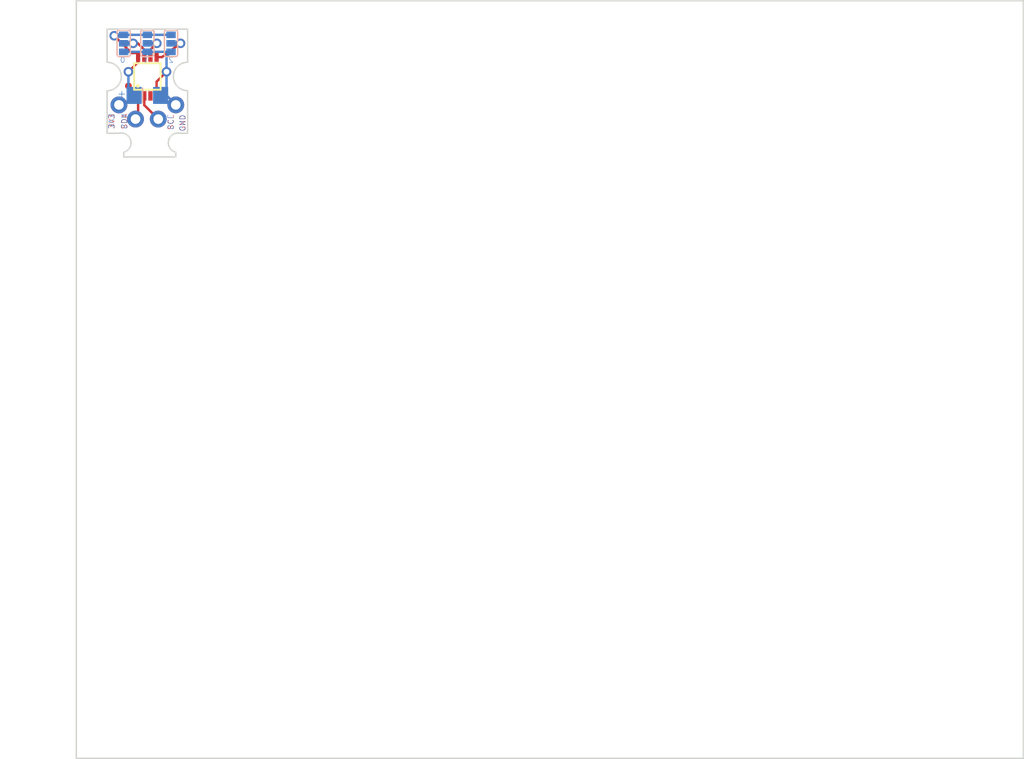
<source format=kicad_pcb>
(kicad_pcb (version 20220225) (generator pcbnew)
  (layers (0 "F.Cu" signal "Top") (31 "B.Cu" signal "Bottom") (34 "B.Paste" user) (35 "F.Paste" user) (36 "B.SilkS" user "B.Silkscreen") (37 "F.SilkS" user "F.Silkscreen") (38 "B.Mask" user) (39 "F.Mask" user) (44 "Edge.Cuts" user))
  (net 0 "")
  (net 2 "+3V3")
  (net 3 "/Adr0")
  (net 4 "GND")
  (net 5 "/Adr1")
  (net 6 "/Adr2")
  (net 7 "/SCL")
  (net 8 "/SDA")
  (footprint "i2ctemp:1X01-CLEANBIG" (layer "F.Cu") (at 103.0011 76.0036)
    (fp_text reference "3V3" hide)
    (fp_text value "PINHD-1X1CB")
    (pad "1" thru_hole circle locked (at 0 0) (size 1.778 1.778) (drill 1.016) (layers *.Cu *.Mask) (net 2 "+3V3"))
  )
  (footprint "i2ctemp:1X01-CLEANBIG" (layer "F.Cu") (at 109.0011 76.0036)
    (fp_text reference "GND1" hide)
    (fp_text value "PINHD-1X1CB")
    (pad "1" thru_hole circle locked (at 0 0) (size 1.778 1.778) (drill 1.016) (layers *.Cu *.Mask) (net 4 "GND"))
  )
  (footprint "i2ctemp:1X01-CLEANBIG" (layer "F.Cu") (at 107.1511 77.5036)
    (fp_text reference "SCK1" hide)
    (fp_text value "PINHD-1X1CB")
    (pad "1" thru_hole circle locked (at 0 0) (size 1.778 1.778) (drill 1.016) (layers *.Cu *.Mask) (net 7 "/SCL"))
  )
  (footprint "i2ctemp:1X01-CLEANBIG" (layer "F.Cu") (at 104.7511 77.5036)
    (fp_text reference "SDA1" hide)
    (fp_text value "PINHD-1X1CB")
    (pad "1" thru_hole circle locked (at 0 0) (size 1.778 1.778) (drill 1.016) (layers *.Cu *.Mask) (net 8 "/SDA"))
  )
  (footprint "i2ctemp:MSOP8" (layer "F.Cu") (at 106.0011 73.0036)
    (fp_text reference "TEMP1" hide)
    (fp_text value "MCP9808MSOP" hide)
    (fp_line (start -1.4 -1.4) (end 1.4 -1.4) (stroke (width 0.2032)) (layer "F.SilkS"))
    (fp_line (start -1.4 1.4) (end -1.4 -1.4) (stroke (width 0.2032)) (layer "F.SilkS"))
    (fp_line (start 1.4 -1.4) (end 1.4 1.4) (stroke (width 0.2032)) (layer "F.SilkS"))
    (fp_line (start 1.4 1.4) (end -1.4 1.4) (stroke (width 0.2032)) (layer "F.SilkS"))
    (fp_circle (center -1 1) (end -0.8 1) (fill solid) (layer "F.SilkS"))
    (pad "1" smd roundrect locked (at -0.975 2.05) (size 0.45 1) (layers "F.Cu" "F.Paste" "F.Mask") (roundrect_rratio 0.05) (net 8 "/SDA"))
    (pad "2" smd roundrect locked (at -0.325 2.05) (size 0.45 1) (layers "F.Cu" "F.Paste" "F.Mask") (roundrect_rratio 0.05) (net 7 "/SCL"))
    (pad "3" smd roundrect locked (at 0.325 2.05) (size 0.45 1) (layers "F.Cu" "F.Paste" "F.Mask") (roundrect_rratio 0.05))
    (pad "4" smd roundrect locked (at 0.975 2.05) (size 0.45 1) (layers "F.Cu" "F.Paste" "F.Mask") (roundrect_rratio 0.05) (net 4 "GND"))
    (pad "5" smd roundrect locked (at 0.975 -2.05) (size 0.45 1) (layers "F.Cu" "F.Paste" "F.Mask") (roundrect_rratio 0.05) (net 6 "/Adr2"))
    (pad "6" smd roundrect locked (at 0.325 -2.05) (size 0.45 1) (layers "F.Cu" "F.Paste" "F.Mask") (roundrect_rratio 0.05) (net 5 "/Adr1"))
    (pad "7" smd roundrect locked (at -0.325 -2.05) (size 0.45 1) (layers "F.Cu" "F.Paste" "F.Mask") (roundrect_rratio 0.05) (net 3 "/Adr0"))
    (pad "8" smd roundrect locked (at -0.975 -2.05) (size 0.45 1) (layers "F.Cu" "F.Paste" "F.Mask") (roundrect_rratio 0.05) (net 2 "+3V3"))
  )
  (footprint "i2ctemp:SJ3_S" (layer "B.Cu") (at 103.5011 69.5036 90)
    (fp_text reference "AJ0" hide)
    (fp_text value "SolderJumper_3_Open" hide)
    (fp_line (start -1.4 -0.5) (end -1.4 0.5) (stroke (width 0.1524)) (layer "B.SilkS"))
    (fp_line (start -1.1 0.7) (end 1.2 0.7) (stroke (width 0.1524)) (layer "B.SilkS"))
    (fp_line (start 1.2 -0.7) (end -1.1 -0.7) (stroke (width 0.1524)) (layer "B.SilkS"))
    (fp_line (start 1.4 -0.5) (end 1.4 0.5) (stroke (width 0.1524)) (layer "B.SilkS"))
    (fp_arc (start -1.4 -0.5) (mid -1.291421 -0.662131) (end -1.1 -0.7) (stroke (width 0.1524)) (layer "B.SilkS"))
    (fp_arc (start -1.1 0.7) (mid -1.291422 0.662132) (end -1.4 0.5) (stroke (width 0.1524)) (layer "B.SilkS"))
    (fp_arc (start 1.2 -0.7) (mid 1.341421 -0.641421) (end 1.4 -0.5) (stroke (width 0.1524)) (layer "B.SilkS"))
    (fp_arc (start 1.4 0.5) (mid 1.341421 0.641421) (end 1.2 0.7) (stroke (width 0.1524)) (layer "B.SilkS"))
    (pad "1" smd roundrect locked (at -0.897 0 90) (size 0.7 1) (layers "B.Cu" "B.Paste" "B.Mask") (roundrect_rratio 0.05) (net 4 "GND"))
    (pad "2" smd roundrect locked (at 0 0 270) (size 0.7 1) (layers "B.Cu" "B.Paste" "B.Mask") (roundrect_rratio 0.05) (net 3 "/Adr0"))
    (pad "3" smd roundrect locked (at 0.897 0 90) (size 0.7 1) (layers "B.Cu" "B.Paste" "B.Mask") (roundrect_rratio 0.05) (net 2 "+3V3"))
  )
  (footprint "i2ctemp:SJ3_S" (layer "B.Cu") (at 106.0011 69.5036 90)
    (fp_text reference "AJ1" hide)
    (fp_text value "SolderJumper_3_Open" hide)
    (fp_line (start -1.4 -0.5) (end -1.4 0.5) (stroke (width 0.1524)) (layer "B.SilkS"))
    (fp_line (start -1.1 0.7) (end 1.2 0.7) (stroke (width 0.1524)) (layer "B.SilkS"))
    (fp_line (start 1.2 -0.7) (end -1.1 -0.7) (stroke (width 0.1524)) (layer "B.SilkS"))
    (fp_line (start 1.4 -0.5) (end 1.4 0.5) (stroke (width 0.1524)) (layer "B.SilkS"))
    (fp_arc (start -1.4 -0.5) (mid -1.291421 -0.662131) (end -1.1 -0.7) (stroke (width 0.1524)) (layer "B.SilkS"))
    (fp_arc (start -1.1 0.7) (mid -1.291422 0.662132) (end -1.4 0.5) (stroke (width 0.1524)) (layer "B.SilkS"))
    (fp_arc (start 1.2 -0.7) (mid 1.341421 -0.641421) (end 1.4 -0.5) (stroke (width 0.1524)) (layer "B.SilkS"))
    (fp_arc (start 1.4 0.5) (mid 1.341421 0.641421) (end 1.2 0.7) (stroke (width 0.1524)) (layer "B.SilkS"))
    (pad "1" smd roundrect locked (at -0.897 0 90) (size 0.7 1) (layers "B.Cu" "B.Paste" "B.Mask") (roundrect_rratio 0.05) (net 4 "GND"))
    (pad "2" smd roundrect locked (at 0 0 270) (size 0.7 1) (layers "B.Cu" "B.Paste" "B.Mask") (roundrect_rratio 0.05) (net 5 "/Adr1"))
    (pad "3" smd roundrect locked (at 0.897 0 90) (size 0.7 1) (layers "B.Cu" "B.Paste" "B.Mask") (roundrect_rratio 0.05) (net 2 "+3V3"))
  )
  (footprint "i2ctemp:SJ3_S" (layer "B.Cu") (at 108.5011 69.5036 90)
    (fp_text reference "AJ2" hide)
    (fp_text value "SolderJumper_3_Open" hide)
    (fp_line (start -1.4 -0.5) (end -1.4 0.5) (stroke (width 0.1524)) (layer "B.SilkS"))
    (fp_line (start -1.1 0.7) (end 1.2 0.7) (stroke (width 0.1524)) (layer "B.SilkS"))
    (fp_line (start 1.2 -0.7) (end -1.1 -0.7) (stroke (width 0.1524)) (layer "B.SilkS"))
    (fp_line (start 1.4 -0.5) (end 1.4 0.5) (stroke (width 0.1524)) (layer "B.SilkS"))
    (fp_arc (start -1.4 -0.5) (mid -1.291421 -0.662131) (end -1.1 -0.7) (stroke (width 0.1524)) (layer "B.SilkS"))
    (fp_arc (start -1.1 0.7) (mid -1.291422 0.662132) (end -1.4 0.5) (stroke (width 0.1524)) (layer "B.SilkS"))
    (fp_arc (start 1.2 -0.7) (mid 1.341421 -0.641421) (end 1.4 -0.5) (stroke (width 0.1524)) (layer "B.SilkS"))
    (fp_arc (start 1.4 0.5) (mid 1.341421 0.641421) (end 1.2 0.7) (stroke (width 0.1524)) (layer "B.SilkS"))
    (pad "1" smd roundrect locked (at -0.897 0 90) (size 0.7 1) (layers "B.Cu" "B.Paste" "B.Mask") (roundrect_rratio 0.05) (net 4 "GND"))
    (pad "2" smd roundrect locked (at 0 0 270) (size 0.7 1) (layers "B.Cu" "B.Paste" "B.Mask") (roundrect_rratio 0.05) (net 6 "/Adr2"))
    (pad "3" smd roundrect locked (at 0.897 0 90) (size 0.7 1) (layers "B.Cu" "B.Paste" "B.Mask") (roundrect_rratio 0.05) (net 2 "+3V3"))
  )
  (footprint "i2ctemp:CP1206" (layer "B.Cu") (at 106.0011 75.0036 180)
    (fp_text reference "C1" hide)
    (fp_text value "CP_1µ_10V_1206")
    (fp_line (start 0.5 0.787) (end 0.5 -0.787) (stroke (width 0.127)) (layer "B.SilkS"))
    (pad "1" smd roundrect locked (at 1.4 0 180) (size 1.6 1.8) (layers "B.Cu" "B.Paste" "B.Mask") (roundrect_rratio 0.03175) (net 2 "+3V3"))
    (pad "2" smd roundrect locked (at -1.4 0 180) (size 1.6 1.8) (layers "B.Cu" "B.Paste" "B.Mask") (roundrect_rratio 0.03175) (net 4 "GND"))
  )
  (gr_circle (center 104.0011 74.0036) (end 104.1011 74.0036) (stroke (width 0.254)) (fill none) (layer "F.Cu"))
  (gr_line (start 98.5011 65.0036) (end 98.5011 145.0036) (stroke (width 0.15)) (layer "Edge.Cuts"))
  (gr_line (start 103.5011 81.5036) (end 109.0011 81.5036) (stroke (width 0.15)) (layer "Edge.Cuts"))
  (gr_arc (start 101.7511 71.5036) (mid 103.2511 73.0036) (end 101.7511 74.5036) (stroke (width 0.15)) (layer "Edge.Cuts"))
  (gr_arc (start 103.0011 79.0036) (mid 104.2511 79.7536) (end 103.5011 81.0036) (stroke (width 0.15)) (layer "Edge.Cuts"))
  (gr_line (start 101.7511 79.0036) (end 101.7511 74.5036) (stroke (width 0.15)) (layer "Edge.Cuts"))
  (gr_line (start 98.5011 145.0036) (end 198.5011 145.0036) (stroke (width 0.15)) (layer "Edge.Cuts"))
  (gr_line (start 110.2511 79.0036) (end 109.5011 79.0036) (stroke (width 0.15)) (layer "Edge.Cuts"))
  (gr_line (start 198.5011 145.0036) (end 198.5011 65.0036) (stroke (width 0.15)) (layer "Edge.Cuts"))
  (gr_line (start 101.7511 71.5036) (end 101.7511 68.0036) (stroke (width 0.15)) (layer "Edge.Cuts"))
  (gr_line (start 103.5011 81.0036) (end 103.5011 81.5036) (stroke (width 0.15)) (layer "Edge.Cuts"))
  (gr_line (start 110.2511 74.5036) (end 110.2511 79.0036) (stroke (width 0.15)) (layer "Edge.Cuts"))
  (gr_line (start 101.7511 68.0036) (end 110.2511 68.0036) (stroke (width 0.15)) (layer "Edge.Cuts"))
  (gr_line (start 109.0011 81.5036) (end 109.0011 81.0036) (stroke (width 0.15)) (layer "Edge.Cuts"))
  (gr_line (start 103.0011 79.0036) (end 101.7511 79.0036) (stroke (width 0.15)) (layer "Edge.Cuts"))
  (gr_arc (start 109.0011 81.0036) (mid 108.2511 79.7536) (end 109.5011 79.0036) (stroke (width 0.15)) (layer "Edge.Cuts"))
  (gr_line (start 198.5011 65.0036) (end 98.5011 65.0036) (stroke (width 0.15)) (layer "Edge.Cuts"))
  (gr_line (start 110.2511 68.0036) (end 110.2511 71.5036) (stroke (width 0.15)) (layer "Edge.Cuts"))
  (gr_arc (start 110.2511 74.5036) (mid 108.7511 73.0036) (end 110.2511 71.5036) (stroke (width 0.15)) (layer "Edge.Cuts"))
  (gr_text "GND" (at 109.4011 77.0036 90) (layer "F.Cu") (effects (font (size 0.57912 0.57912) (thickness 0.048768)) (justify right top)))
  (gr_text "SCL" (at 108.1511 77.0036 90) (layer "F.Cu") (effects (font (size 0.57912 0.57912) (thickness 0.048768)) (justify right top)))
  (gr_text "3V3" (at 101.9011 76.9036 90) (layer "F.Cu") (effects (font (size 0.57912 0.57912) (thickness 0.048768)) (justify right top)))
  (gr_text "SDA" (at 103.2511 76.9036 90) (layer "F.Cu") (effects (font (size 0.57912 0.57912) (thickness 0.048768)) (justify right top)))
  (gr_text "2" (at 108.8011 71.6036) (layer "B.Cu") (effects (font (size 0.57912 0.57912) (thickness 0.048768)) (justify left bottom mirror)))
  (gr_text "3V3" (at 102.5011 76.9036 -90) (layer "B.Cu") (effects (font (size 0.57912 0.57912) (thickness 0.048768)) (justify right top mirror)))
  (gr_text "GND" (at 110.0011 77.0036 -90) (layer "B.Cu") (effects (font (size 0.57912 0.57912) (thickness 0.048768)) (justify right top mirror)))
  (gr_text "+" (at 103.3011 74.8036) (layer "B.Cu") (effects (font (size 0.77216 0.77216) (thickness 0.065024))))
  (gr_text "1" (at 106.1011 71.6036) (layer "B.Cu") (effects (font (size 0.57912 0.57912) (thickness 0.048768)) (justify left bottom mirror)))
  (gr_text "SDA" (at 103.8511 76.9036 -90) (layer "B.Cu") (effects (font (size 0.57912 0.57912) (thickness 0.048768)) (justify right top mirror)))
  (gr_text "0" (at 103.7011 71.6036) (layer "B.Cu") (effects (font (size 0.57912 0.57912) (thickness 0.048768)) (justify left bottom mirror)))
  (gr_text "SCL" (at 108.7511 77.0036 -90) (layer "B.Cu") (effects (font (size 0.57912 0.57912) (thickness 0.048768)) (justify right top mirror)))
  (segment (start 105.0261 71.4786) (end 104.0011 72.5036) (width 0.254) (layer "F.Cu") (net 2))
  (segment (start 105.0261 70.5286) (end 104.3261 70.5286) (width 0.254) (layer "F.Cu") (net 2))
  (segment (start 104.3261 70.5286) (end 102.5011 68.7036) (width 0.254) (layer "F.Cu") (net 2))
  (segment (start 105.0261 70.9536) (end 105.0261 71.4786) (width 0.254) (layer "F.Cu") (net 2))
  (segment (start 105.0261 70.9536) (end 105.0261 70.5286) (width 0.254) (layer "F.Cu") (net 2))
  (via (at 104.0011 72.5036) (size 1.0064) (drill 0.6) (layers "F.Cu" "B.Cu") (net 2))
  (via (at 102.5011 68.7036) (size 1.0064) (drill 0.6) (layers "F.Cu" "B.Cu") (net 2))
  (segment (start 103.0011 76.0036) (end 103.6011 76.0036) (width 0.254) (layer "B.Cu") (net 2))
  (segment (start 102.5981 68.6066) (end 102.5011 68.7036) (width 0.254) (layer "B.Cu") (net 2))
  (segment (start 103.5011 68.6066) (end 106.0011 68.6066) (width 0.254) (layer "B.Cu") (net 2))
  (segment (start 106.0011 68.6066) (end 108.5011 68.6066) (width 0.254) (layer "B.Cu") (net 2))
  (segment (start 104.0011 74.4036) (end 104.6011 75.0036) (width 0.254) (layer "B.Cu") (net 2))
  (segment (start 103.5011 68.6066) (end 102.5981 68.6066) (width 0.254) (layer "B.Cu") (net 2))
  (segment (start 103.6011 76.0036) (end 104.6011 75.0036) (width 0.254) (layer "B.Cu") (net 2))
  (segment (start 104.0011 72.5036) (end 104.0011 74.4036) (width 0.254) (layer "B.Cu") (net 2))
  (segment (start 105.6761 70.9536) (end 105.6761 70.1786) (width 0.254) (layer "F.Cu") (net 3))
  (segment (start 105.0011 69.5036) (end 104.5011 69.5036) (width 0.254) (layer "F.Cu") (net 3))
  (segment (start 105.6761 70.1786) (end 105.0011 69.5036) (width 0.254) (layer "F.Cu") (net 3))
  (via (at 104.5011 69.5036) (size 1.0064) (drill 0.6) (layers "F.Cu" "B.Cu") (net 3))
  (segment (start 104.5011 69.5036) (end 103.5011 69.5036) (width 0.254) (layer "B.Cu") (net 3))
  (segment (start 106.9761 75.0536) (end 106.9761 73.5536) (width 0.254) (layer "F.Cu") (net 4))
  (segment (start 106.9761 73.5536) (end 108.0261 72.5036) (width 0.254) (layer "F.Cu") (net 4))
  (via (at 108.0261 72.5036) (size 1.0064) (drill 0.6) (layers "F.Cu" "B.Cu") (net 4))
  (segment (start 108.0261 75.0036) (end 108.0261 75.0901) (width 0.254) (layer "B.Cu") (net 4))
  (segment (start 108.0261 70.8756) (end 108.0261 72.5036) (width 0.254) (layer "B.Cu") (net 4))
  (segment (start 107.4546 75.0901) (end 107.4011 75.0036) (width 0.254) (layer "B.Cu") (net 4))
  (segment (start 109.0011 75.9786) (end 108.0261 75.0036) (width 0.254) (layer "B.Cu") (net 4))
  (segment (start 108.0261 75.0901) (end 107.4546 75.0901) (width 0.254) (layer "B.Cu") (net 4))
  (segment (start 108.0261 70.8756) (end 108.5011 70.4006) (width 0.254) (layer "B.Cu") (net 4))
  (segment (start 103.5011 70.4006) (end 106.0011 70.4006) (width 0.254) (layer "B.Cu") (net 4))
  (segment (start 109.0011 76.0036) (end 109.0011 75.9786) (width 0.254) (layer "B.Cu") (net 4))
  (segment (start 108.0261 72.5036) (end 108.0261 75.0036) (width 0.254) (layer "B.Cu") (net 4))
  (segment (start 106.0011 70.4006) (end 108.5011 70.4006) (width 0.254) (layer "B.Cu") (net 4))
  (segment (start 106.3261 70.9536) (end 106.3261 70.1786) (width 0.254) (layer "F.Cu") (net 5))
  (segment (start 106.3261 70.1786) (end 107.0011 69.5036) (width 0.254) (layer "F.Cu") (net 5))
  (via (at 107.0011 69.5036) (size 1.0064) (drill 0.6) (layers "F.Cu" "B.Cu") (net 5))
  (segment (start 107.0011 69.5036) (end 106.0011 69.5036) (width 0.254) (layer "B.Cu") (net 5))
  (segment (start 107.5511 70.9536) (end 109.5011 69.5036) (width 0.254) (layer "F.Cu") (net 6))
  (segment (start 106.9761 70.9536) (end 107.5511 70.9536) (width 0.254) (layer "F.Cu") (net 6))
  (via (at 109.5011 69.5036) (size 1.0064) (drill 0.6) (layers "F.Cu" "B.Cu") (net 6))
  (segment (start 109.5011 69.5036) (end 108.5011 69.5036) (width 0.254) (layer "B.Cu") (net 6))
  (segment (start 105.6761 75.0536) (end 105.6761 76.0286) (width 0.254) (layer "F.Cu") (net 7))
  (segment (start 105.6761 76.0286) (end 107.1511 77.5036) (width 0.254) (layer "F.Cu") (net 7))
  (segment (start 105.0261 77.2286) (end 104.7511 77.5036) (width 0.254) (layer "F.Cu") (net 8))
  (segment (start 105.0261 75.0536) (end 105.0261 77.2286) (width 0.254) (layer "F.Cu") (net 8))
)
</source>
